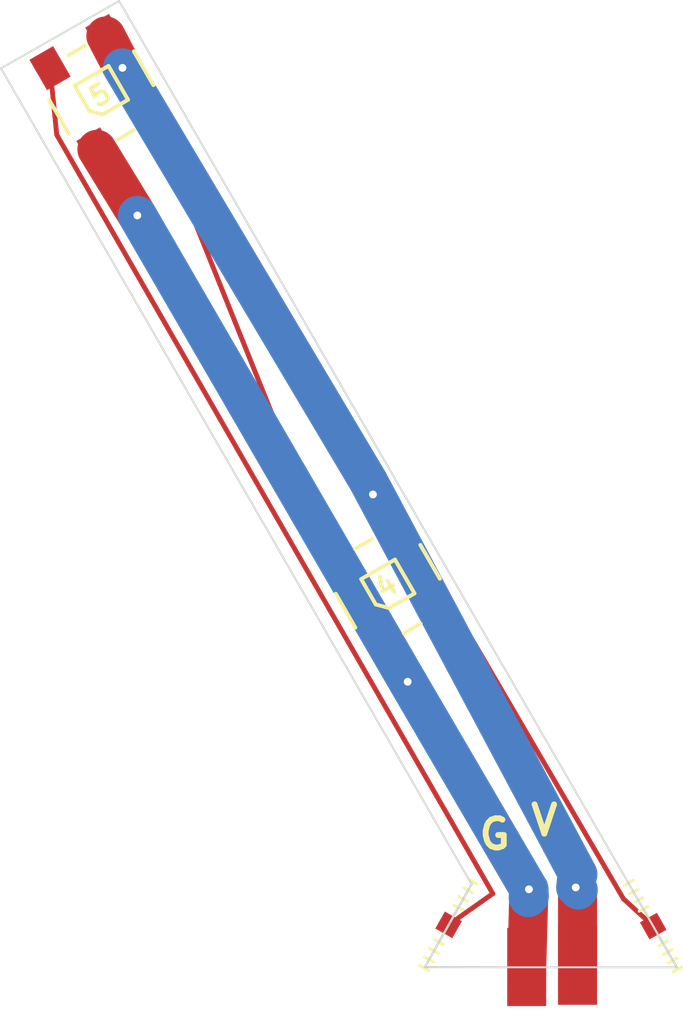
<source format=kicad_pcb>
(kicad_pcb (version 4) (host pcbnew 4.0.7)

  (general
    (links 3)
    (no_connects 0)
    (area 104.409223 29.099326 405.110759 155.047504)
    (thickness 1.6)
    (drawings 11)
    (tracks 40)
    (zones 0)
    (modules 6)
    (nets 6)
  )

  (page A4)
  (layers
    (0 F.Cu signal)
    (31 B.Cu signal)
    (32 B.Adhes user)
    (33 F.Adhes user)
    (34 B.Paste user)
    (35 F.Paste user)
    (36 B.SilkS user)
    (37 F.SilkS user)
    (38 B.Mask user)
    (39 F.Mask user)
    (40 Dwgs.User user)
    (41 Cmts.User user)
    (42 Eco1.User user)
    (43 Eco2.User user)
    (44 Edge.Cuts user)
    (45 Margin user)
    (46 B.CrtYd user)
    (47 F.CrtYd user)
    (48 B.Fab user)
    (49 F.Fab user)
  )

  (setup
    (last_trace_width 0.25)
    (user_trace_width 0.5)
    (user_trace_width 1)
    (user_trace_width 2)
    (trace_clearance 0.2)
    (zone_clearance 0.508)
    (zone_45_only no)
    (trace_min 0.2)
    (segment_width 0.2)
    (edge_width 0.15)
    (via_size 0.6)
    (via_drill 0.4)
    (via_min_size 0.4)
    (via_min_drill 0.3)
    (uvia_size 0.3)
    (uvia_drill 0.1)
    (uvias_allowed no)
    (uvia_min_size 0.2)
    (uvia_min_drill 0.1)
    (pcb_text_width 0.3)
    (pcb_text_size 1.5 1.5)
    (mod_edge_width 0.15)
    (mod_text_size 1 1)
    (mod_text_width 0.15)
    (pad_size 1.524 1.524)
    (pad_drill 0.762)
    (pad_to_mask_clearance 0.2)
    (aux_axis_origin 0 0)
    (visible_elements 7FFFF7FF)
    (pcbplotparams
      (layerselection 0x00030_80000001)
      (usegerberextensions false)
      (excludeedgelayer true)
      (linewidth 0.100000)
      (plotframeref false)
      (viasonmask false)
      (mode 1)
      (useauxorigin false)
      (hpglpennumber 1)
      (hpglpenspeed 20)
      (hpglpendiameter 15)
      (hpglpenoverlay 2)
      (psnegative false)
      (psa4output false)
      (plotreference true)
      (plotvalue true)
      (plotinvisibletext false)
      (padsonsilk false)
      (subtractmaskfromsilk false)
      (outputformat 1)
      (mirror false)
      (drillshape 1)
      (scaleselection 1)
      (outputdirectory ""))
  )

  (net 0 "")
  (net 1 /VCC)
  (net 2 /GND)
  (net 3 "Net-(LED2-Pad4)")
  (net 4 "Net-(LED3-Pad4)")
  (net 5 "Net-(LED104-Pad4)")

  (net_class Default "This is the default net class."
    (clearance 0.2)
    (trace_width 0.25)
    (via_dia 0.6)
    (via_drill 0.4)
    (uvia_dia 0.3)
    (uvia_drill 0.1)
    (add_net /GND)
    (add_net /VCC)
    (add_net "Net-(LED104-Pad4)")
    (add_net "Net-(LED2-Pad4)")
    (add_net "Net-(LED3-Pad4)")
  )

  (module "Tiny Edge" (layer F.Cu) (tedit 59EBDB8C) (tstamp 59EBDCB6)
    (at 137.8585 101.473 119.4)
    (fp_text reference "" (at 0 0.5 119.4) (layer F.SilkS)
      (effects (font (size 1 1) (thickness 0.15)))
    )
    (fp_text value "" (at 3.175 -4.056 119.4) (layer F.Fab)
      (effects (font (size 1 1) (thickness 0.15)))
    )
    (fp_line (start 0.635 0) (end 0.889 0) (layer F.SilkS) (width 0.15))
    (fp_line (start -0.889 0) (end -0.635 0) (layer F.SilkS) (width 0.15))
    (fp_line (start -2.54 -0.254) (end -2.54 0.254) (layer F.SilkS) (width 0.15))
    (fp_line (start 2.54 -0.254) (end 2.54 0.254) (layer F.SilkS) (width 0.15))
    (fp_line (start 2.032 -0.254) (end 2.032 0.254) (layer F.SilkS) (width 0.15))
    (fp_line (start 1.524 -0.254) (end 1.524 0.254) (layer F.SilkS) (width 0.15))
    (fp_line (start 1.016 -0.254) (end 1.016 0.254) (layer F.SilkS) (width 0.15))
    (fp_line (start -2.032 -0.254) (end -2.032 0.254) (layer F.SilkS) (width 0.15))
    (fp_line (start -1.524 -0.254) (end -1.524 0.254) (layer F.SilkS) (width 0.15))
    (fp_line (start -1.016 -0.254) (end -1.016 0.254) (layer F.SilkS) (width 0.15))
    (pad 1 smd rect (at 0 0 119.4) (size 1 1) (layers F.Cu F.Paste F.Mask))
  )

  (module "Tiny Edge" (layer F.Cu) (tedit 59EBDB8C) (tstamp 59EA9D59)
    (at 127.381 101.4095 240.6)
    (fp_text reference "" (at 0 0.5 240.6) (layer F.SilkS)
      (effects (font (size 1 1) (thickness 0.15)))
    )
    (fp_text value "" (at 3.175 -4.056 240.6) (layer F.Fab)
      (effects (font (size 1 1) (thickness 0.15)))
    )
    (fp_line (start 0.635 0) (end 0.889 0) (layer F.SilkS) (width 0.15))
    (fp_line (start -0.889 0) (end -0.635 0) (layer F.SilkS) (width 0.15))
    (fp_line (start -2.54 -0.254) (end -2.54 0.254) (layer F.SilkS) (width 0.15))
    (fp_line (start 2.54 -0.254) (end 2.54 0.254) (layer F.SilkS) (width 0.15))
    (fp_line (start 2.032 -0.254) (end 2.032 0.254) (layer F.SilkS) (width 0.15))
    (fp_line (start 1.524 -0.254) (end 1.524 0.254) (layer F.SilkS) (width 0.15))
    (fp_line (start 1.016 -0.254) (end 1.016 0.254) (layer F.SilkS) (width 0.15))
    (fp_line (start -2.032 -0.254) (end -2.032 0.254) (layer F.SilkS) (width 0.15))
    (fp_line (start -1.524 -0.254) (end -1.524 0.254) (layer F.SilkS) (width 0.15))
    (fp_line (start -1.016 -0.254) (end -1.016 0.254) (layer F.SilkS) (width 0.15))
    (pad 1 smd rect (at 0 0 240.6) (size 1 1) (layers F.Cu F.Paste F.Mask))
  )

  (module "Big pad" (layer F.Cu) (tedit 59EAA4F0) (tstamp 59EAA5B9)
    (at 134.112 103.378 90)
    (fp_text reference "" (at 0.127 0.5 90) (layer F.SilkS)
      (effects (font (size 1 1) (thickness 0.15)))
    )
    (fp_text value "" (at 0 -0.5 90) (layer F.Fab)
      (effects (font (size 1 1) (thickness 0.15)))
    )
    (pad 1 smd rect (at -0.127 -0.127 90) (size 4 2) (layers F.Cu F.Paste F.Mask))
  )

  (module "Big pad" (layer F.Cu) (tedit 59EAA4F0) (tstamp 59EAA5B3)
    (at 131.5085 103.4415 90)
    (fp_text reference "" (at 0.127 0.5 90) (layer F.SilkS)
      (effects (font (size 1 1) (thickness 0.15)))
    )
    (fp_text value "" (at 0 -0.5 90) (layer F.Fab)
      (effects (font (size 1 1) (thickness 0.15)))
    )
    (pad 1 smd rect (at -0.127 -0.127 90) (size 4 2) (layers F.Cu F.Paste F.Mask))
  )

  (module WS2812B:WS2812B (layer F.Cu) (tedit 59EB979D) (tstamp 59E770EA)
    (at 109.601 58.801 30)
    (path /59E6A5E4)
    (fp_text reference 5 (at -0.118493 0.078235 30) (layer F.SilkS)
      (effects (font (size 1 1) (thickness 0.2)))
    )
    (fp_text value "" (at 0 4.8 30) (layer F.SilkS) hide
      (effects (font (size 1 1) (thickness 0.2)))
    )
    (fp_line (start -1 -1) (end 1 -1) (layer F.SilkS) (width 0.2))
    (fp_line (start 1 -1) (end 1 1) (layer F.SilkS) (width 0.2))
    (fp_line (start 1 1) (end -0.5 1) (layer F.SilkS) (width 0.2))
    (fp_line (start -0.5 1) (end -1 0.5) (layer F.SilkS) (width 0.2))
    (fp_line (start -1 0.5) (end -1 -1) (layer F.SilkS) (width 0.2))
    (fp_line (start -2.5 -1) (end -2.5 1) (layer F.SilkS) (width 0.2))
    (fp_line (start -0.5 2.5) (end 0.5 2.5) (layer F.SilkS) (width 0.2))
    (fp_line (start 2.5 -1) (end 2.5 1) (layer F.SilkS) (width 0.2))
    (fp_line (start -0.5 -2.5) (end 0.5 -2.5) (layer F.SilkS) (width 0.2))
    (fp_line (start 2.1 2.5) (end 2.5 2.5) (layer Dwgs.User) (width 0.2))
    (fp_line (start -1.2 2.5) (end 1.2 2.5) (layer Dwgs.User) (width 0.2))
    (fp_line (start -2.5 2.5) (end -2.1 2.5) (layer Dwgs.User) (width 0.2))
    (fp_line (start 2.1 -2.5) (end 2.5 -2.5) (layer Dwgs.User) (width 0.2))
    (fp_line (start -1.2 -2.5) (end 1.2 -2.5) (layer Dwgs.User) (width 0.2))
    (fp_line (start -2.5 -2.5) (end -2.1 -2.5) (layer Dwgs.User) (width 0.2))
    (fp_line (start -2.1 -2.7) (end -1.2 -2.7) (layer Dwgs.User) (width 0.2))
    (fp_line (start -1.2 -2.7) (end -1.2 -1.8) (layer Dwgs.User) (width 0.2))
    (fp_line (start -1.2 -1.8) (end -2.1 -1.8) (layer Dwgs.User) (width 0.2))
    (fp_line (start -2.1 -1.8) (end -2.1 -2.7) (layer Dwgs.User) (width 0.2))
    (fp_line (start 2.1 -2.7) (end 1.2 -2.7) (layer Dwgs.User) (width 0.2))
    (fp_line (start 1.2 -2.7) (end 1.2 -1.8) (layer Dwgs.User) (width 0.2))
    (fp_line (start 1.2 -1.8) (end 2.1 -1.8) (layer Dwgs.User) (width 0.2))
    (fp_line (start 2.1 -1.8) (end 2.1 -2.7) (layer Dwgs.User) (width 0.2))
    (fp_line (start -2.1 2.7) (end -2.1 1.8) (layer Dwgs.User) (width 0.2))
    (fp_line (start -2.1 1.8) (end -1.2 1.8) (layer Dwgs.User) (width 0.2))
    (fp_line (start -1.2 1.8) (end -1.2 2.7) (layer Dwgs.User) (width 0.2))
    (fp_line (start -1.2 2.7) (end -2.1 2.7) (layer Dwgs.User) (width 0.2))
    (fp_line (start 1.2 2.7) (end 1.2 1.8) (layer Dwgs.User) (width 0.2))
    (fp_line (start 1.2 1.8) (end 2.1 1.8) (layer Dwgs.User) (width 0.2))
    (fp_line (start 2.1 1.8) (end 2.1 2.7) (layer Dwgs.User) (width 0.2))
    (fp_line (start 2.1 2.7) (end 1.2 2.7) (layer Dwgs.User) (width 0.2))
    (fp_line (start 2.5 -2.5) (end 2.5 2.5) (layer Dwgs.User) (width 0.2))
    (fp_line (start -2.49936 2.49936) (end -2.49936 -2.49936) (layer Dwgs.User) (width 0.2))
    (pad 1 smd rect (at 1.65 -2.4 30) (size 1.4 1.8) (layers F.Cu F.Paste F.Mask)
      (net 1 /VCC))
    (pad 2 smd rect (at -1.65 -2.4 30) (size 1.4 1.8) (layers F.Cu F.Paste F.Mask)
      (net 5 "Net-(LED104-Pad4)"))
    (pad 3 smd rect (at -1.65 2.4 30) (size 1.4 1.8) (layers F.Cu F.Paste F.Mask)
      (net 2 /GND))
    (pad 4 smd rect (at 1.65 2.4 30) (size 1.4 1.8) (layers F.Cu F.Paste F.Mask)
      (net 3 "Net-(LED2-Pad4)"))
  )

  (module WS2812B:WS2812B (layer F.Cu) (tedit 59EB977B) (tstamp 59E770F2)
    (at 124.2695 84.074 30)
    (path /59E6A59E)
    (fp_text reference 4 (at -0.054993 -0.03175 30) (layer F.SilkS)
      (effects (font (size 1 1) (thickness 0.2)))
    )
    (fp_text value "" (at 0 4.8 30) (layer F.SilkS) hide
      (effects (font (size 1 1) (thickness 0.2)))
    )
    (fp_line (start -1 -1) (end 1 -1) (layer F.SilkS) (width 0.2))
    (fp_line (start 1 -1) (end 1 1) (layer F.SilkS) (width 0.2))
    (fp_line (start 1 1) (end -0.5 1) (layer F.SilkS) (width 0.2))
    (fp_line (start -0.5 1) (end -1 0.5) (layer F.SilkS) (width 0.2))
    (fp_line (start -1 0.5) (end -1 -1) (layer F.SilkS) (width 0.2))
    (fp_line (start -2.5 -1) (end -2.5 1) (layer F.SilkS) (width 0.2))
    (fp_line (start -0.5 2.5) (end 0.5 2.5) (layer F.SilkS) (width 0.2))
    (fp_line (start 2.5 -1) (end 2.5 1) (layer F.SilkS) (width 0.2))
    (fp_line (start -0.5 -2.5) (end 0.5 -2.5) (layer F.SilkS) (width 0.2))
    (fp_line (start 2.1 2.5) (end 2.5 2.5) (layer Dwgs.User) (width 0.2))
    (fp_line (start -1.2 2.5) (end 1.2 2.5) (layer Dwgs.User) (width 0.2))
    (fp_line (start -2.5 2.5) (end -2.1 2.5) (layer Dwgs.User) (width 0.2))
    (fp_line (start 2.1 -2.5) (end 2.5 -2.5) (layer Dwgs.User) (width 0.2))
    (fp_line (start -1.2 -2.5) (end 1.2 -2.5) (layer Dwgs.User) (width 0.2))
    (fp_line (start -2.5 -2.5) (end -2.1 -2.5) (layer Dwgs.User) (width 0.2))
    (fp_line (start -2.1 -2.7) (end -1.2 -2.7) (layer Dwgs.User) (width 0.2))
    (fp_line (start -1.2 -2.7) (end -1.2 -1.8) (layer Dwgs.User) (width 0.2))
    (fp_line (start -1.2 -1.8) (end -2.1 -1.8) (layer Dwgs.User) (width 0.2))
    (fp_line (start -2.1 -1.8) (end -2.1 -2.7) (layer Dwgs.User) (width 0.2))
    (fp_line (start 2.1 -2.7) (end 1.2 -2.7) (layer Dwgs.User) (width 0.2))
    (fp_line (start 1.2 -2.7) (end 1.2 -1.8) (layer Dwgs.User) (width 0.2))
    (fp_line (start 1.2 -1.8) (end 2.1 -1.8) (layer Dwgs.User) (width 0.2))
    (fp_line (start 2.1 -1.8) (end 2.1 -2.7) (layer Dwgs.User) (width 0.2))
    (fp_line (start -2.1 2.7) (end -2.1 1.8) (layer Dwgs.User) (width 0.2))
    (fp_line (start -2.1 1.8) (end -1.2 1.8) (layer Dwgs.User) (width 0.2))
    (fp_line (start -1.2 1.8) (end -1.2 2.7) (layer Dwgs.User) (width 0.2))
    (fp_line (start -1.2 2.7) (end -2.1 2.7) (layer Dwgs.User) (width 0.2))
    (fp_line (start 1.2 2.7) (end 1.2 1.8) (layer Dwgs.User) (width 0.2))
    (fp_line (start 1.2 1.8) (end 2.1 1.8) (layer Dwgs.User) (width 0.2))
    (fp_line (start 2.1 1.8) (end 2.1 2.7) (layer Dwgs.User) (width 0.2))
    (fp_line (start 2.1 2.7) (end 1.2 2.7) (layer Dwgs.User) (width 0.2))
    (fp_line (start 2.5 -2.5) (end 2.5 2.5) (layer Dwgs.User) (width 0.2))
    (fp_line (start -2.49936 2.49936) (end -2.49936 -2.49936) (layer Dwgs.User) (width 0.2))
    (pad 1 smd rect (at 1.65 -2.4 30) (size 1.4 1.8) (layers F.Cu F.Paste F.Mask)
      (net 1 /VCC))
    (pad 2 smd rect (at -1.65 -2.4 30) (size 1.4 1.8) (layers F.Cu F.Paste F.Mask)
      (net 3 "Net-(LED2-Pad4)"))
    (pad 3 smd rect (at -1.65 2.4 30) (size 1.4 1.8) (layers F.Cu F.Paste F.Mask)
      (net 2 /GND))
    (pad 4 smd rect (at 1.65 2.4 30) (size 1.4 1.8) (layers F.Cu F.Paste F.Mask)
      (net 4 "Net-(LED3-Pad4)"))
  )

  (gr_text G (at 129.7432 96.774) (layer F.SilkS)
    (effects (font (size 1.5 1.5) (thickness 0.3)))
  )
  (gr_text V (at 132.2832 96.0628) (layer F.SilkS)
    (effects (font (size 1.5 1.5) (thickness 0.3)))
  )
  (gr_line (start 126.159224 103.567321) (end 131.010122 103.583079) (layer Edge.Cuts) (width 0.1))
  (gr_line (start 128.553245 99.324104) (end 126.159224 103.567321) (layer Edge.Cuts) (width 0.1))
  (gr_line (start 104.459224 57.557321) (end 128.553245 99.324104) (layer Edge.Cuts) (width 0.1))
  (gr_line (start 110.509224 54.107321) (end 104.459224 57.557321) (layer Edge.Cuts) (width 0.1))
  (gr_line (start 139.079393 103.583079) (end 110.509224 54.107321) (layer Edge.Cuts) (width 0.1))
  (gr_line (start 131.010122 103.583079) (end 139.079393 103.583079) (layer Edge.Cuts) (width 0.1))
  (gr_line (start 139.056107 103.582803) (end 136.615198 99.317498) (layer Edge.Cuts) (width 0.1))
  (gr_line (start 126.174291 103.580195) (end 139.056107 103.582803) (layer Edge.Cuts) (width 0.1))
  (gr_line (start 128.5752 99.317498) (end 126.174291 103.580195) (layer Edge.Cuts) (width 0.1))

  (segment (start 133.985 103.505) (end 133.985 99.586964) (width 2) (layer F.Cu) (net 1) (tstamp 59EB6277))
  (segment (start 124.498442 81.170539) (end 124.498442 80.365942) (width 1) (layer F.Cu) (net 1))
  (segment (start 124.498442 80.365942) (end 123.5075 79.375) (width 1) (layer F.Cu) (net 1) (tstamp 59EB63D7))
  (via (at 123.5075 79.375) (size 0.6) (drill 0.4) (layers F.Cu B.Cu) (net 1))
  (segment (start 123.5075 79.375) (end 123.558389 79.324111) (width 1) (layer B.Cu) (net 1) (tstamp 59EB63E0))
  (segment (start 123.558389 79.324111) (end 123.602932 79.324111) (width 1) (layer B.Cu) (net 1) (tstamp 59EB63E1))
  (via (at 133.892471 99.494435) (size 0.6) (drill 0.4) (layers F.Cu B.Cu) (net 1))
  (segment (start 133.985 99.586964) (end 133.892471 99.494435) (width 2) (layer F.Cu) (net 1) (tstamp 59EB6276))
  (segment (start 133.892471 99.494435) (end 133.971455 98.768191) (width 2) (layer B.Cu) (net 1) (tstamp 59EAB094))
  (segment (start 133.971455 98.768191) (end 133.892471 99.494435) (width 2) (layer B.Cu) (net 1))
  (segment (start 133.892471 99.494435) (end 133.892445 99.494674) (width 2) (layer B.Cu) (net 1) (tstamp 59EAB092))
  (segment (start 133.892445 99.494674) (end 134.0209 99.623129) (width 2) (layer B.Cu) (net 1) (tstamp 59E9657C))
  (segment (start 123.19 78.74) (end 123.267884 78.695796) (width 0.25) (layer B.Cu) (net 1) (tstamp 59E82ADE))
  (segment (start 134.002006 98.822474) (end 133.971455 98.768191) (width 2) (layer B.Cu) (net 1) (tstamp 59E82AD3))
  (segment (start 133.971455 98.768191) (end 123.602932 79.324111) (width 2) (layer B.Cu) (net 1) (tstamp 59E9657A))
  (segment (start 123.602932 79.324111) (end 123.267884 78.695796) (width 2) (layer B.Cu) (net 1) (tstamp 59EB63E4))
  (segment (start 123.267884 78.695796) (end 110.6805 57.531) (width 2) (layer B.Cu) (net 1) (tstamp 59E82AE1))
  (via (at 110.6805 57.531) (size 0.6) (drill 0.4) (layers F.Cu B.Cu) (net 1))
  (segment (start 110.6805 57.531) (end 109.829942 55.897539) (width 2) (layer F.Cu) (net 1) (tstamp 59E82AD7) (status 20))
  (segment (start 131.5085 99.8855) (end 131.495605 99.590527) (width 2) (layer B.Cu) (net 2) (tstamp 59EAB081))
  (via (at 131.495605 99.590527) (size 0.6) (drill 0.4) (layers F.Cu B.Cu) (net 2))
  (segment (start 131.495605 99.590527) (end 131.3815 103.5685) (width 2) (layer F.Cu) (net 2) (tstamp 59EAB085))
  (segment (start 131.495605 99.590527) (end 131.5085 99.8855) (width 2) (layer B.Cu) (net 2))
  (segment (start 125.2855 88.9635) (end 131.495605 99.590527) (width 2) (layer B.Cu) (net 2))
  (segment (start 131.5085 99.8855) (end 131.5085 99.961895) (width 2) (layer B.Cu) (net 2) (tstamp 59E96749))
  (segment (start 131.5085 99.961895) (end 131.457895 100.0125) (width 2) (layer B.Cu) (net 2) (tstamp 59E96538))
  (segment (start 109.372058 61.704461) (end 111.4425 65.0875) (width 2) (layer F.Cu) (net 2) (tstamp 59E82B7B) (status 10))
  (segment (start 111.4425 65.0875) (end 125.2855 88.9635) (width 2) (layer B.Cu) (net 2) (tstamp 59E82B7F))
  (via (at 111.4425 65.0875) (size 0.6) (drill 0.4) (layers F.Cu B.Cu) (net 2))
  (segment (start 125.2855 88.9635) (end 124.040558 87.612461) (width 1) (layer F.Cu) (net 2) (tstamp 59E82B88) (status 20))
  (via (at 125.2855 88.9635) (size 0.6) (drill 0.4) (layers F.Cu B.Cu) (net 2))
  (segment (start 121.640558 83.455539) (end 112.229942 60.054461) (width 0.25) (layer F.Cu) (net 3) (tstamp 59E82B4A) (status 10))
  (segment (start 136.3345 100.076) (end 137.8585 101.473) (width 0.25) (layer F.Cu) (net 4) (tstamp 59EBDCD6))
  (segment (start 136.3345 100.076) (end 128.5875 86.8045) (width 0.25) (layer F.Cu) (net 4) (tstamp 59EBA037))
  (segment (start 128.5875 86.8045) (end 126.898442 85.327461) (width 0.25) (layer F.Cu) (net 4) (tstamp 59EBA03B))
  (segment (start 127.381 101.4095) (end 129.643904 99.812156) (width 0.25) (layer F.Cu) (net 5) (tstamp 59EBDBB2))
  (segment (start 129.643904 99.812156) (end 129.643904 99.812155) (width 0.25) (layer F.Cu) (net 5) (tstamp 59EBDBB5))
  (segment (start 107.315 60.96) (end 106.972058 57.547539) (width 0.25) (layer F.Cu) (net 5) (status 20))
  (segment (start 129.6491 99.821196) (end 129.643904 99.812155) (width 0.25) (layer F.Cu) (net 5) (tstamp 59E830CC))
  (segment (start 129.643904 99.812155) (end 107.315 60.96) (width 0.25) (layer F.Cu) (net 5) (tstamp 59EBDBB6))

)
</source>
